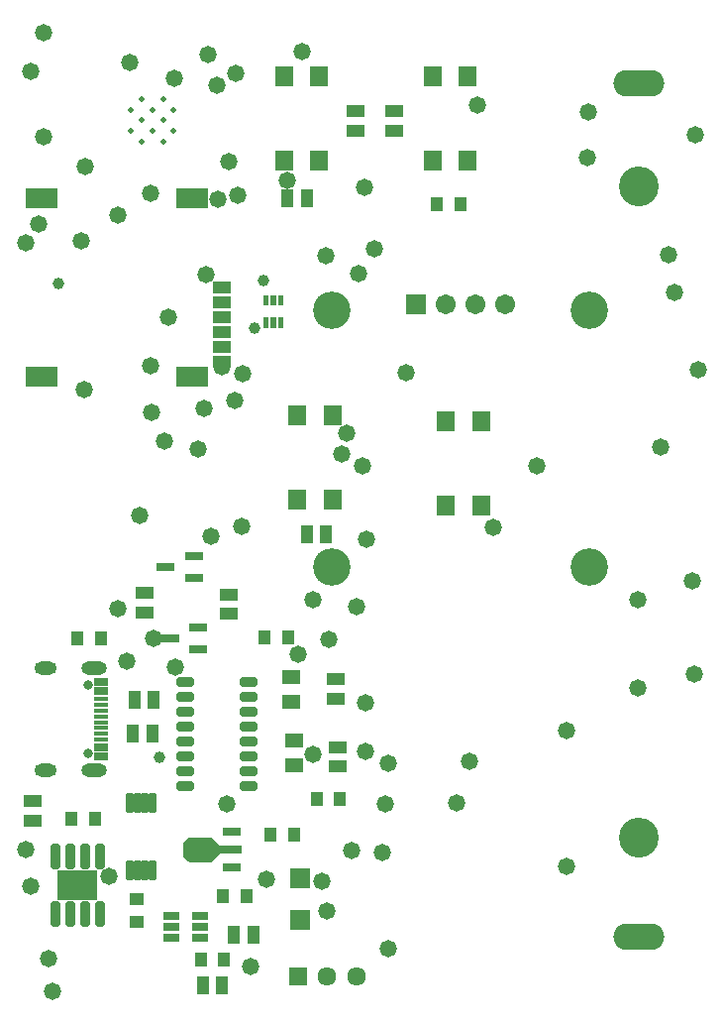
<source format=gbs>
G04*
G04 #@! TF.GenerationSoftware,Altium Limited,Altium Designer,24.5.2 (23)*
G04*
G04 Layer_Color=16711935*
%FSLAX44Y44*%
%MOMM*%
G71*
G04*
G04 #@! TF.SameCoordinates,D1886AC5-69C4-4AC9-A439-FDEF45822962*
G04*
G04*
G04 #@! TF.FilePolarity,Negative*
G04*
G01*
G75*
%ADD31R,1.0000X1.2500*%
%ADD34R,1.0532X1.5532*%
%ADD35R,1.6032X1.8032*%
%ADD50O,1.9032X1.1032*%
%ADD51O,2.2032X1.1032*%
%ADD52C,0.8032*%
%ADD53O,4.3432X2.2732*%
%ADD54R,1.7112X1.7112*%
%ADD55C,0.5032*%
%ADD56C,1.7112*%
%ADD57C,1.6112*%
%ADD58R,1.6112X1.6112*%
%ADD59C,3.4032*%
%ADD60C,3.2032*%
%ADD61C,1.4732*%
%ADD62C,1.0032*%
%ADD96R,1.6800X1.7000*%
%ADD105R,1.2500X1.0000*%
%ADD113R,1.2400X0.7000*%
%ADD114R,1.2400X0.4000*%
%ADD115R,1.5433X1.1031*%
G04:AMPARAMS|DCode=116|XSize=1.5132mm|YSize=0.8232mm|CornerRadius=0.1791mm|HoleSize=0mm|Usage=FLASHONLY|Rotation=180.000|XOffset=0mm|YOffset=0mm|HoleType=Round|Shape=RoundedRectangle|*
%AMROUNDEDRECTD116*
21,1,1.5132,0.4650,0,0,180.0*
21,1,1.1550,0.8232,0,0,180.0*
1,1,0.3582,-0.5775,0.2325*
1,1,0.3582,0.5775,0.2325*
1,1,0.3582,0.5775,-0.2325*
1,1,0.3582,-0.5775,-0.2325*
%
%ADD116ROUNDEDRECTD116*%
G04:AMPARAMS|DCode=117|XSize=1.7632mm|YSize=0.6032mm|CornerRadius=0.1516mm|HoleSize=0mm|Usage=FLASHONLY|Rotation=90.000|XOffset=0mm|YOffset=0mm|HoleType=Round|Shape=RoundedRectangle|*
%AMROUNDEDRECTD117*
21,1,1.7632,0.3000,0,0,90.0*
21,1,1.4600,0.6032,0,0,90.0*
1,1,0.3032,0.1500,0.7300*
1,1,0.3032,0.1500,-0.7300*
1,1,0.3032,-0.1500,-0.7300*
1,1,0.3032,-0.1500,0.7300*
%
%ADD117ROUNDEDRECTD117*%
%ADD118R,1.6032X0.8032*%
%ADD119R,1.4132X0.7932*%
%ADD120R,1.5532X1.0532*%
G04:AMPARAMS|DCode=121|XSize=2.1732mm|YSize=0.8032mm|CornerRadius=0.1766mm|HoleSize=0mm|Usage=FLASHONLY|Rotation=270.000|XOffset=0mm|YOffset=0mm|HoleType=Round|Shape=RoundedRectangle|*
%AMROUNDEDRECTD121*
21,1,2.1732,0.4500,0,0,270.0*
21,1,1.8200,0.8032,0,0,270.0*
1,1,0.3532,-0.2250,-0.9100*
1,1,0.3532,-0.2250,0.9100*
1,1,0.3532,0.2250,0.9100*
1,1,0.3532,0.2250,-0.9100*
%
%ADD121ROUNDEDRECTD121*%
%ADD122R,1.5532X0.8032*%
%ADD123R,1.5032X1.3032*%
%ADD124R,3.5052X2.6162*%
%ADD125R,2.0032X0.8032*%
%ADD126R,2.8133X1.7633*%
G36*
X219258Y756854D02*
X214770D01*
Y765840D01*
X219258D01*
Y756854D01*
D02*
G37*
G36*
X232284Y756848D02*
X227770D01*
Y765840D01*
X232284D01*
Y756848D01*
D02*
G37*
G36*
X225770Y756841D02*
X221270D01*
Y765840D01*
X225770D01*
Y756841D01*
D02*
G37*
G36*
X219268Y737833D02*
X214770D01*
Y746840D01*
X219268D01*
Y737833D01*
D02*
G37*
G36*
X225772Y737828D02*
X221270D01*
Y746840D01*
X225772D01*
Y737828D01*
D02*
G37*
G36*
X232280Y737824D02*
X227770D01*
Y746840D01*
X232280D01*
Y737824D01*
D02*
G37*
G36*
X170813Y302610D02*
X170944Y302584D01*
X171070Y302541D01*
X171189Y302482D01*
X171300Y302408D01*
X171400Y302320D01*
X177900Y295820D01*
X177988Y295720D01*
X178062Y295609D01*
X178121Y295490D01*
X178164Y295364D01*
X178190Y295233D01*
X178198Y295100D01*
Y289100D01*
X178190Y288967D01*
X178164Y288836D01*
X178121Y288710D01*
X178062Y288591D01*
X177988Y288480D01*
X177900Y288380D01*
X171400Y281880D01*
X171300Y281792D01*
X171189Y281718D01*
X171070Y281659D01*
X170944Y281616D01*
X170813Y281590D01*
X170680Y281582D01*
X151680D01*
X151547Y281590D01*
X151417Y281616D01*
X151290Y281659D01*
X151171Y281718D01*
X151060Y281792D01*
X150960Y281880D01*
X146600Y286240D01*
X146512Y286340D01*
X146438Y286451D01*
X146379Y286570D01*
X146336Y286696D01*
X146311Y286827D01*
X146302Y286960D01*
Y297240D01*
X146311Y297373D01*
X146336Y297504D01*
X146379Y297630D01*
X146438Y297749D01*
X146512Y297860D01*
X146600Y297960D01*
X150960Y302320D01*
X151060Y302408D01*
X151171Y302482D01*
X151290Y302541D01*
X151417Y302584D01*
X151547Y302610D01*
X151680Y302618D01*
X170680D01*
X170813Y302610D01*
D02*
G37*
D31*
X161450Y198120D02*
D03*
X181450D02*
D03*
X383380Y843280D02*
D03*
X236060Y473710D02*
D03*
X260510Y335280D02*
D03*
X221140Y304800D02*
D03*
X180500Y252730D02*
D03*
X56040Y472440D02*
D03*
X50960Y318770D02*
D03*
X280510Y335280D02*
D03*
X200500Y252730D02*
D03*
X70960Y318770D02*
D03*
X363380Y843280D02*
D03*
X241140Y304800D02*
D03*
X216060Y473710D02*
D03*
X76040Y472440D02*
D03*
D34*
X206370Y219710D02*
D03*
X120010Y391160D02*
D03*
X121280Y420370D02*
D03*
X252100Y561340D02*
D03*
X252090Y848360D02*
D03*
X235590D02*
D03*
X268600Y561340D02*
D03*
X103510Y391160D02*
D03*
X104780Y420370D02*
D03*
X189870Y219710D02*
D03*
X179700Y176530D02*
D03*
X163200D02*
D03*
D35*
X389650Y880940D02*
D03*
X262650D02*
D03*
X401080Y586300D02*
D03*
X274080Y591380D02*
D03*
X262650Y952940D02*
D03*
X232650D02*
D03*
Y880940D02*
D03*
X401080Y658300D02*
D03*
X371080D02*
D03*
Y586300D02*
D03*
X389650Y952940D02*
D03*
X359650D02*
D03*
Y880940D02*
D03*
X274080Y663380D02*
D03*
X244080D02*
D03*
Y591380D02*
D03*
D50*
X28750Y446800D02*
D03*
Y360300D02*
D03*
D51*
X70450Y446800D02*
D03*
Y360300D02*
D03*
D52*
X65550Y432450D02*
D03*
Y374650D02*
D03*
D53*
X535940Y946420D02*
D03*
Y217420D02*
D03*
D54*
X345440Y758190D02*
D03*
D55*
X138300Y924275D02*
D03*
Y905925D02*
D03*
X129125Y915100D02*
D03*
Y933450D02*
D03*
Y896750D02*
D03*
X119950Y924275D02*
D03*
X110775Y933450D02*
D03*
X119950Y905925D02*
D03*
X110775Y896750D02*
D03*
Y915100D02*
D03*
X101600Y924275D02*
D03*
Y905925D02*
D03*
D56*
X370840Y758190D02*
D03*
X421640D02*
D03*
X396240D02*
D03*
D57*
X294640Y184150D02*
D03*
X269640D02*
D03*
D58*
X244640D02*
D03*
D59*
X535940Y858520D02*
D03*
Y302370D02*
D03*
D60*
X273540Y533190D02*
D03*
X493540D02*
D03*
Y753190D02*
D03*
X273540D02*
D03*
D61*
X90170Y497840D02*
D03*
X22860Y826770D02*
D03*
D03*
X166269Y783174D02*
D03*
X59182Y812292D02*
D03*
X12192Y810768D02*
D03*
X448818Y620014D02*
D03*
X411734Y567436D02*
D03*
X285750Y647700D02*
D03*
X190500Y675640D02*
D03*
X179220Y704977D02*
D03*
X109220Y577850D02*
D03*
X302260Y417830D02*
D03*
X139700Y448310D02*
D03*
X97790Y453390D02*
D03*
X244260Y459166D02*
D03*
X309880Y805180D02*
D03*
X193040Y850900D02*
D03*
X185420Y880110D02*
D03*
X492760Y922020D02*
D03*
X27330Y990100D02*
D03*
X138430Y951230D02*
D03*
X257556Y373489D02*
D03*
X474472Y394208D02*
D03*
X294894Y499364D02*
D03*
X300990Y858012D02*
D03*
X170180Y559562D02*
D03*
X581840Y521462D02*
D03*
X196342Y568452D02*
D03*
X583184Y441706D02*
D03*
X120904Y472440D02*
D03*
X133350Y746760D02*
D03*
X586740Y702056D02*
D03*
X34290Y171450D02*
D03*
X27432Y901200D02*
D03*
X130556Y641350D02*
D03*
X118618Y705358D02*
D03*
X90678Y833882D02*
D03*
X167386Y971296D02*
D03*
X491490Y882960D02*
D03*
X336550Y699770D02*
D03*
X281940Y629920D02*
D03*
X271046Y471650D02*
D03*
X62230Y875792D02*
D03*
X299974Y619760D02*
D03*
X31230Y199020D02*
D03*
X61722Y685292D02*
D03*
X16002Y956564D02*
D03*
X119380Y665226D02*
D03*
X159512Y633984D02*
D03*
X175514Y944880D02*
D03*
X176022Y847344D02*
D03*
X561086Y800100D02*
D03*
X584210Y902960D02*
D03*
X191516Y954786D02*
D03*
X257048Y505206D02*
D03*
X247650Y974013D02*
D03*
X118872Y852424D02*
D03*
X235590Y864108D02*
D03*
X197590Y698410D02*
D03*
X269240Y240030D02*
D03*
X534924Y430401D02*
D03*
X183360Y331090D02*
D03*
X321550Y365700D02*
D03*
X391160Y367800D02*
D03*
X16256Y260604D02*
D03*
X203708Y192278D02*
D03*
X83058Y269494D02*
D03*
X265176Y265176D02*
D03*
X319024Y331216D02*
D03*
X379730Y332232D02*
D03*
X473710Y277622D02*
D03*
X268732Y799592D02*
D03*
X100330Y964438D02*
D03*
X11938Y292100D02*
D03*
X321818Y207772D02*
D03*
X217932Y266700D02*
D03*
X316738Y289814D02*
D03*
X303276Y557022D02*
D03*
X164592Y668782D02*
D03*
X296672Y783844D02*
D03*
X554228Y636270D02*
D03*
X566420Y768096D02*
D03*
X397764Y928116D02*
D03*
X290322Y291709D02*
D03*
X302388Y376428D02*
D03*
X534924Y505588D02*
D03*
D62*
X39370Y775970D02*
D03*
X207010Y737870D02*
D03*
X214630Y778510D02*
D03*
X125730Y370840D02*
D03*
D96*
X246380Y268090D02*
D03*
Y232290D02*
D03*
D105*
X106680Y250030D02*
D03*
Y230030D02*
D03*
D113*
X76250Y435550D02*
D03*
Y427550D02*
D03*
Y379550D02*
D03*
Y371550D02*
D03*
D114*
Y421050D02*
D03*
Y416050D02*
D03*
Y411050D02*
D03*
Y406050D02*
D03*
Y386050D02*
D03*
Y391050D02*
D03*
Y396050D02*
D03*
Y401050D02*
D03*
D115*
X179070Y708459D02*
D03*
Y759460D02*
D03*
Y733958D02*
D03*
Y772208D02*
D03*
Y746709D02*
D03*
Y721210D02*
D03*
D116*
X202760Y435610D02*
D03*
X147760D02*
D03*
Y422910D02*
D03*
X202760Y346710D02*
D03*
X147760Y359410D02*
D03*
X202760D02*
D03*
Y384810D02*
D03*
X147760Y346710D02*
D03*
X202760Y372110D02*
D03*
X147760D02*
D03*
Y384810D02*
D03*
Y410210D02*
D03*
X202760Y397510D02*
D03*
Y410210D02*
D03*
X147760Y397510D02*
D03*
X202760Y422910D02*
D03*
D117*
X113740Y332330D02*
D03*
Y274730D02*
D03*
X107240Y332330D02*
D03*
Y274730D02*
D03*
X120240D02*
D03*
X100740D02*
D03*
Y332330D02*
D03*
X120240D02*
D03*
D118*
X188180Y307100D02*
D03*
Y277100D02*
D03*
D119*
X136040Y235560D02*
D03*
Y226060D02*
D03*
Y216560D02*
D03*
X161140D02*
D03*
Y226060D02*
D03*
Y235560D02*
D03*
D120*
X17780Y333370D02*
D03*
X276860Y421010D02*
D03*
X278130Y363230D02*
D03*
X293370Y922650D02*
D03*
Y906150D02*
D03*
X326390D02*
D03*
Y922650D02*
D03*
X113030Y494670D02*
D03*
Y511170D02*
D03*
X185420Y493400D02*
D03*
Y509900D02*
D03*
X276860Y437510D02*
D03*
X278130Y379730D02*
D03*
X17780Y316870D02*
D03*
D121*
X62230Y286370D02*
D03*
X36830D02*
D03*
X74930D02*
D03*
X36830Y236870D02*
D03*
X49530D02*
D03*
X62230D02*
D03*
X74930D02*
D03*
X49530Y286370D02*
D03*
D122*
X135320Y472440D02*
D03*
X159320Y462940D02*
D03*
Y481940D02*
D03*
X131510Y533400D02*
D03*
X155510Y523900D02*
D03*
Y542900D02*
D03*
D123*
X241300Y364150D02*
D03*
Y385150D02*
D03*
X238760Y418760D02*
D03*
Y439760D02*
D03*
D124*
X55880Y261620D02*
D03*
D125*
X186180Y292100D02*
D03*
D126*
X25319Y848210D02*
D03*
Y695960D02*
D03*
X153820Y848210D02*
D03*
Y695960D02*
D03*
M02*

</source>
